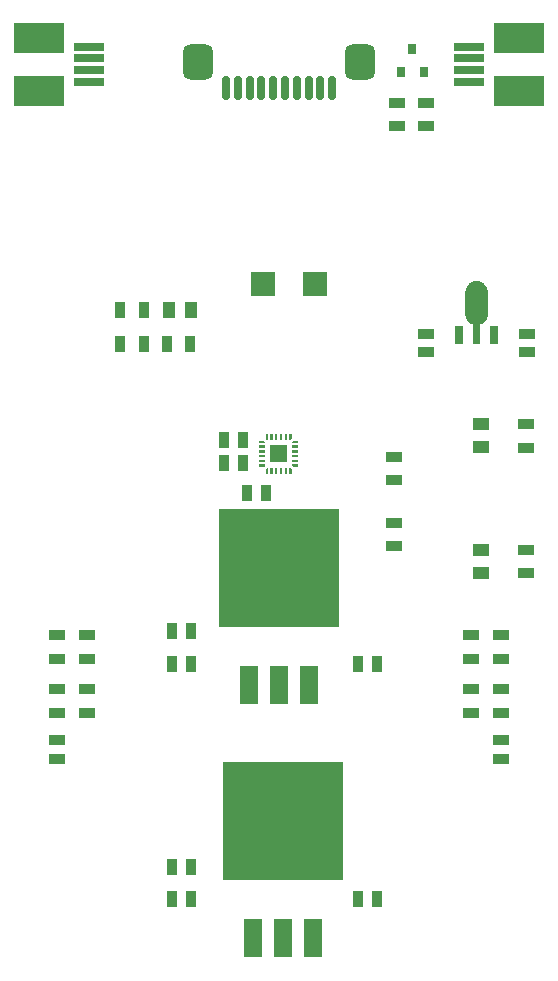
<source format=gtp>
G04*
G04 #@! TF.GenerationSoftware,Altium Limited,Altium Designer,24.9.1 (31)*
G04*
G04 Layer_Color=8421504*
%FSLAX44Y44*%
%MOMM*%
G71*
G04*
G04 #@! TF.SameCoordinates,04FD8115-AAF2-45E8-BBFE-61AFBE82ED08*
G04*
G04*
G04 #@! TF.FilePolarity,Positive*
G04*
G01*
G75*
%ADD20R,0.9600X1.3900*%
%ADD21R,10.1220X10.0200*%
%ADD22R,1.5110X3.3000*%
%ADD23R,2.0000X2.0000*%
%ADD24R,1.4500X0.9500*%
%ADD25R,2.5000X0.7000*%
%ADD26R,4.3000X2.5000*%
G04:AMPARAMS|DCode=27|XSize=2.601mm|YSize=2.9997mm|CornerRadius=0.6372mm|HoleSize=0mm|Usage=FLASHONLY|Rotation=180.000|XOffset=0mm|YOffset=0mm|HoleType=Round|Shape=RoundedRectangle|*
%AMROUNDEDRECTD27*
21,1,2.6010,1.7253,0,0,180.0*
21,1,1.3265,2.9997,0,0,180.0*
1,1,1.2745,-0.6632,0.8626*
1,1,1.2745,0.6632,0.8626*
1,1,1.2745,0.6632,-0.8626*
1,1,1.2745,-0.6632,-0.8626*
%
%ADD27ROUNDEDRECTD27*%
G04:AMPARAMS|DCode=28|XSize=0.65mm|YSize=2.032mm|CornerRadius=0.1593mm|HoleSize=0mm|Usage=FLASHONLY|Rotation=180.000|XOffset=0mm|YOffset=0mm|HoleType=Round|Shape=RoundedRectangle|*
%AMROUNDEDRECTD28*
21,1,0.6500,1.7135,0,0,180.0*
21,1,0.3315,2.0320,0,0,180.0*
1,1,0.3185,-0.1658,0.8568*
1,1,0.3185,0.1658,0.8568*
1,1,0.3185,0.1658,-0.8568*
1,1,0.3185,-0.1658,-0.8568*
%
%ADD28ROUNDEDRECTD28*%
%ADD29O,1.1400X3.2261*%
%ADD30R,0.6720X1.5750*%
%ADD31R,1.3900X0.9600*%
%ADD32R,1.4000X1.0000*%
%ADD33R,1.0000X1.4000*%
%ADD34R,0.9500X1.4500*%
%ADD35O,0.3033X0.1200*%
%ADD36O,0.1200X0.3033*%
%ADD37O,0.1200X0.3034*%
%ADD38O,0.1200X0.3033*%
%ADD39O,0.3033X0.1200*%
%ADD40O,0.3033X0.1200*%
%ADD41O,0.3033X0.1200*%
%ADD42O,0.1200X0.3033*%
%ADD43R,0.8000X0.9000*%
G36*
X417876Y626634D02*
X418320Y626592D01*
X418761Y626530D01*
X419198Y626446D01*
X419631Y626343D01*
X420059Y626219D01*
X420481Y626076D01*
X420895Y625913D01*
X421302Y625730D01*
X421699Y625529D01*
X422086Y625309D01*
X422463Y625072D01*
X422828Y624817D01*
X423181Y624545D01*
X423521Y624257D01*
X423847Y623953D01*
X424158Y623634D01*
X424454Y623302D01*
X424734Y622955D01*
X424997Y622596D01*
X425244Y622225D01*
X425473Y621843D01*
X425683Y621450D01*
X425875Y621048D01*
X426048Y620638D01*
X426201Y620220D01*
X426335Y619795D01*
X426449Y619364D01*
X426542Y618929D01*
X426615Y618489D01*
X426667Y618047D01*
X426698Y617603D01*
X426709Y617157D01*
Y598615D01*
X426698Y598170D01*
X426667Y597726D01*
X426615Y597283D01*
X426542Y596844D01*
X426449Y596408D01*
X426335Y595978D01*
X426201Y595553D01*
X426048Y595135D01*
X425875Y594724D01*
X425683Y594322D01*
X425473Y593930D01*
X425244Y593548D01*
X424997Y593176D01*
X424734Y592817D01*
X424454Y592471D01*
X424158Y592138D01*
X423847Y591819D01*
X423521Y591516D01*
X423181Y591228D01*
X422828Y590956D01*
X422463Y590701D01*
X422086Y590463D01*
X421699Y590244D01*
X421302Y590042D01*
X420509Y589860D01*
Y572887D01*
X413909D01*
Y589860D01*
X413115Y590042D01*
X412718Y590244D01*
X412330Y590463D01*
X411954Y590701D01*
X411589Y590956D01*
X411236Y591228D01*
X410896Y591516D01*
X410570Y591819D01*
X410259Y592138D01*
X409963Y592471D01*
X409683Y592817D01*
X409420Y593176D01*
X409173Y593548D01*
X408944Y593930D01*
X408734Y594322D01*
X408542Y594724D01*
X408369Y595135D01*
X408216Y595553D01*
X408082Y595978D01*
X407968Y596408D01*
X407875Y596844D01*
X407802Y597283D01*
X407750Y597726D01*
X407719Y598170D01*
X407708Y598615D01*
Y617157D01*
X407719Y617603D01*
X407750Y618047D01*
X407802Y618489D01*
X407875Y618929D01*
X407968Y619364D01*
X408082Y619795D01*
X408216Y620220D01*
X408369Y620638D01*
X408542Y621048D01*
X408734Y621450D01*
X408944Y621843D01*
X409173Y622225D01*
X409420Y622596D01*
X409683Y622955D01*
X409963Y623302D01*
X410259Y623634D01*
X410570Y623953D01*
X410896Y624257D01*
X411236Y624545D01*
X411589Y624817D01*
X411954Y625072D01*
X412330Y625309D01*
X412718Y625529D01*
X413115Y625730D01*
X413522Y625913D01*
X413936Y626076D01*
X414358Y626219D01*
X414786Y626343D01*
X415219Y626446D01*
X415656Y626530D01*
X416097Y626592D01*
X416541Y626634D01*
X416986Y626655D01*
X417431D01*
X417876Y626634D01*
D02*
G37*
G36*
X256620Y492123D02*
X254620D01*
Y497173D01*
X256620D01*
Y492123D01*
D02*
G37*
G36*
X252619D02*
X250619D01*
Y497173D01*
X252619D01*
Y492123D01*
D02*
G37*
G36*
X248621D02*
X246621D01*
Y497173D01*
X248621D01*
Y492123D01*
D02*
G37*
G36*
X244621D02*
X242621D01*
Y497173D01*
X244621D01*
Y492123D01*
D02*
G37*
G36*
X240620Y492123D02*
X239620Y492118D01*
X238620Y493118D01*
Y497173D01*
X240620D01*
Y492123D01*
D02*
G37*
G36*
X260619Y493119D02*
X259619Y492118D01*
X258619Y492124D01*
Y497174D01*
X260619D01*
Y493119D01*
D02*
G37*
G36*
X237875Y490374D02*
X237870Y489374D01*
X232820D01*
Y491374D01*
X236875D01*
X237875Y490374D01*
D02*
G37*
G36*
X266420Y489374D02*
X261370D01*
X261365Y490374D01*
X262365Y491373D01*
X266420D01*
Y489374D01*
D02*
G37*
G36*
Y485372D02*
X261370D01*
Y487372D01*
X266420D01*
Y485372D01*
D02*
G37*
G36*
X237871D02*
X232820D01*
Y487372D01*
X237871D01*
Y485372D01*
D02*
G37*
G36*
X266420Y481372D02*
X261370D01*
Y483372D01*
X266420D01*
Y481372D01*
D02*
G37*
G36*
X237871D02*
X232820D01*
Y483372D01*
X237871D01*
Y481372D01*
D02*
G37*
G36*
X266420Y477374D02*
X261370D01*
Y479374D01*
X266420D01*
Y477374D01*
D02*
G37*
G36*
X237871D02*
X232820D01*
Y479374D01*
X237871D01*
Y477374D01*
D02*
G37*
G36*
X266420Y473373D02*
X261370D01*
Y475373D01*
X266420D01*
Y473373D01*
D02*
G37*
G36*
X237871D02*
X232820D01*
Y475373D01*
X237871D01*
Y473373D01*
D02*
G37*
G36*
X256819Y473173D02*
X242419D01*
Y487574D01*
X256819D01*
Y473173D01*
D02*
G37*
G36*
X237876Y470374D02*
X236876Y469374D01*
X232821D01*
Y471373D01*
X237871D01*
X237876Y470374D01*
D02*
G37*
G36*
X266420Y469373D02*
X262365D01*
X261365Y470373D01*
X261370Y471373D01*
X266420D01*
Y469373D01*
D02*
G37*
G36*
X240620Y468624D02*
Y463574D01*
X238620D01*
Y467629D01*
X239620Y468629D01*
X240620Y468624D01*
D02*
G37*
G36*
X260620Y467628D02*
Y463573D01*
X258620D01*
Y468623D01*
X259620Y468628D01*
X260620Y467628D01*
D02*
G37*
G36*
X256620Y463573D02*
X254620D01*
Y468623D01*
X256620D01*
Y463573D01*
D02*
G37*
G36*
X252619D02*
X250619D01*
Y468623D01*
X252619D01*
Y463573D01*
D02*
G37*
G36*
X248621D02*
X246621D01*
Y468623D01*
X248621D01*
Y463573D01*
D02*
G37*
G36*
X244621D02*
X242621D01*
Y468623D01*
X244621D01*
Y463573D01*
D02*
G37*
D20*
X159360Y130810D02*
D03*
X175160D02*
D03*
Y103243D02*
D03*
X159360D02*
D03*
Y330200D02*
D03*
X175160D02*
D03*
X238660Y447413D02*
D03*
X222860D02*
D03*
X332520Y302633D02*
D03*
X316720D02*
D03*
X159360D02*
D03*
X175160D02*
D03*
X219610Y472813D02*
D03*
X203810D02*
D03*
Y491863D02*
D03*
X219610D02*
D03*
X316720Y103243D02*
D03*
X332520D02*
D03*
D21*
X253620Y169272D02*
D03*
X249810Y383902D02*
D03*
D22*
X279020Y70235D02*
D03*
X228220D02*
D03*
X253620D02*
D03*
X249810Y284865D02*
D03*
X224410D02*
D03*
X275210D02*
D03*
D23*
X236701Y623943D02*
D03*
X280699D02*
D03*
D24*
X61850Y280883D02*
D03*
Y260883D02*
D03*
X87250D02*
D03*
Y280883D02*
D03*
X459360Y485513D02*
D03*
Y505513D02*
D03*
Y378993D02*
D03*
Y398993D02*
D03*
X412370Y326603D02*
D03*
Y306603D02*
D03*
X437770D02*
D03*
Y326603D02*
D03*
Y280883D02*
D03*
Y260883D02*
D03*
X412370D02*
D03*
Y280883D02*
D03*
X347600Y477733D02*
D03*
Y457733D02*
D03*
X350140Y757453D02*
D03*
Y777453D02*
D03*
X374270D02*
D03*
Y757453D02*
D03*
X347600Y401853D02*
D03*
Y421853D02*
D03*
X61850Y306603D02*
D03*
Y326603D02*
D03*
X87250D02*
D03*
Y306603D02*
D03*
D25*
X410503Y794996D02*
D03*
Y804995D02*
D03*
Y814998D02*
D03*
Y824998D02*
D03*
X89497Y795002D02*
D03*
Y805002D02*
D03*
Y815005D02*
D03*
Y825004D02*
D03*
D26*
X453503Y832497D02*
D03*
Y787497D02*
D03*
X46497Y832503D02*
D03*
Y787503D02*
D03*
D27*
X318504Y812055D02*
D03*
X181496D02*
D03*
D28*
X255000Y790313D02*
D03*
X265000D02*
D03*
X275000D02*
D03*
X285000D02*
D03*
X295000D02*
D03*
X205000D02*
D03*
X215000D02*
D03*
X225000D02*
D03*
X235000D02*
D03*
X245000D02*
D03*
D29*
X417209Y607887D02*
D03*
D30*
X432210Y580763D02*
D03*
X402210D02*
D03*
D31*
X374620Y566129D02*
D03*
Y581929D02*
D03*
X459620Y566133D02*
D03*
Y581933D02*
D03*
X61850Y237900D02*
D03*
Y222100D02*
D03*
X437770Y237900D02*
D03*
Y222100D02*
D03*
D32*
X421260Y486173D02*
D03*
Y505173D02*
D03*
Y379493D02*
D03*
Y398493D02*
D03*
D33*
X175490Y602353D02*
D03*
X156490D02*
D03*
D34*
X174720Y573143D02*
D03*
X154720D02*
D03*
X135350Y602353D02*
D03*
X115350D02*
D03*
X135350Y573143D02*
D03*
X115350D02*
D03*
D35*
X263895Y470373D02*
D03*
D36*
X239620Y494648D02*
D03*
D37*
X259618D02*
D03*
D38*
X239620Y466098D02*
D03*
D39*
X235345Y470373D02*
D03*
D40*
Y490373D02*
D03*
D41*
X263895D02*
D03*
D42*
X259620Y466098D02*
D03*
D43*
X372340Y803173D02*
D03*
X353340D02*
D03*
X362840Y823173D02*
D03*
M02*

</source>
